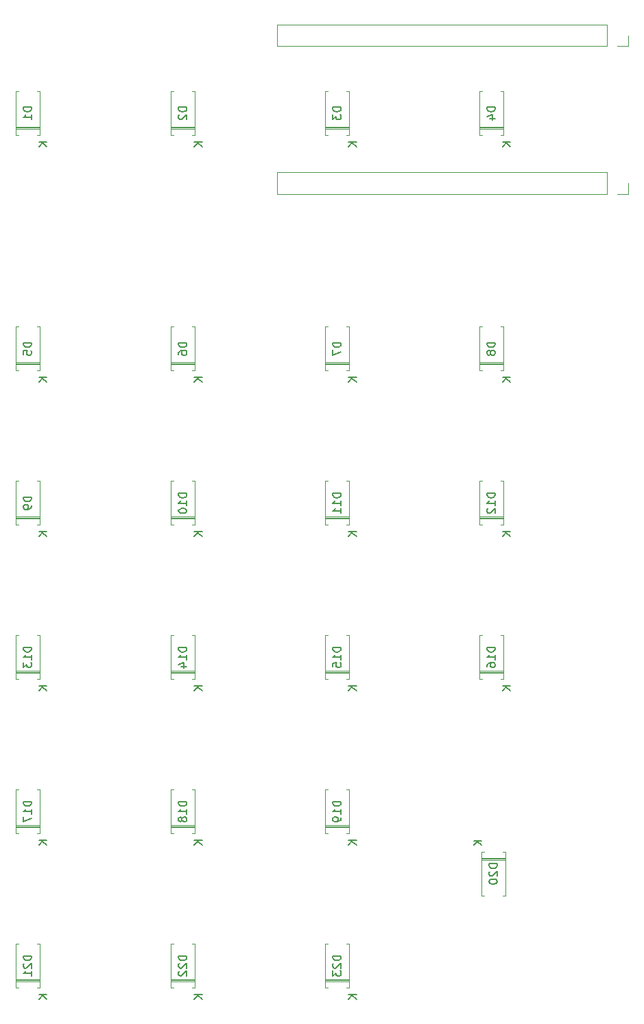
<source format=gbr>
%TF.GenerationSoftware,KiCad,Pcbnew,7.0.2*%
%TF.CreationDate,2023-09-28T02:32:06+09:00*%
%TF.ProjectId,HT-Keys-TK_PCB,48542d4b-6579-4732-9d54-4b5f5043422e,rev?*%
%TF.SameCoordinates,Original*%
%TF.FileFunction,Legend,Bot*%
%TF.FilePolarity,Positive*%
%FSLAX46Y46*%
G04 Gerber Fmt 4.6, Leading zero omitted, Abs format (unit mm)*
G04 Created by KiCad (PCBNEW 7.0.2) date 2023-09-28 02:32:06*
%MOMM*%
%LPD*%
G01*
G04 APERTURE LIST*
%ADD10C,0.150000*%
%ADD11C,0.120000*%
G04 APERTURE END LIST*
D10*
%TO.C,D17*%
X72462619Y-154915714D02*
X71462619Y-154915714D01*
X71462619Y-154915714D02*
X71462619Y-155153809D01*
X71462619Y-155153809D02*
X71510238Y-155296666D01*
X71510238Y-155296666D02*
X71605476Y-155391904D01*
X71605476Y-155391904D02*
X71700714Y-155439523D01*
X71700714Y-155439523D02*
X71891190Y-155487142D01*
X71891190Y-155487142D02*
X72034047Y-155487142D01*
X72034047Y-155487142D02*
X72224523Y-155439523D01*
X72224523Y-155439523D02*
X72319761Y-155391904D01*
X72319761Y-155391904D02*
X72415000Y-155296666D01*
X72415000Y-155296666D02*
X72462619Y-155153809D01*
X72462619Y-155153809D02*
X72462619Y-154915714D01*
X72462619Y-156439523D02*
X72462619Y-155868095D01*
X72462619Y-156153809D02*
X71462619Y-156153809D01*
X71462619Y-156153809D02*
X71605476Y-156058571D01*
X71605476Y-156058571D02*
X71700714Y-155963333D01*
X71700714Y-155963333D02*
X71748333Y-155868095D01*
X71462619Y-156772857D02*
X71462619Y-157439523D01*
X71462619Y-157439523D02*
X72462619Y-157010952D01*
X74362619Y-159678095D02*
X73362619Y-159678095D01*
X74362619Y-160249523D02*
X73791190Y-159820952D01*
X73362619Y-160249523D02*
X73934047Y-159678095D01*
%TO.C,D21*%
X72462619Y-173955714D02*
X71462619Y-173955714D01*
X71462619Y-173955714D02*
X71462619Y-174193809D01*
X71462619Y-174193809D02*
X71510238Y-174336666D01*
X71510238Y-174336666D02*
X71605476Y-174431904D01*
X71605476Y-174431904D02*
X71700714Y-174479523D01*
X71700714Y-174479523D02*
X71891190Y-174527142D01*
X71891190Y-174527142D02*
X72034047Y-174527142D01*
X72034047Y-174527142D02*
X72224523Y-174479523D01*
X72224523Y-174479523D02*
X72319761Y-174431904D01*
X72319761Y-174431904D02*
X72415000Y-174336666D01*
X72415000Y-174336666D02*
X72462619Y-174193809D01*
X72462619Y-174193809D02*
X72462619Y-173955714D01*
X71557857Y-174908095D02*
X71510238Y-174955714D01*
X71510238Y-174955714D02*
X71462619Y-175050952D01*
X71462619Y-175050952D02*
X71462619Y-175289047D01*
X71462619Y-175289047D02*
X71510238Y-175384285D01*
X71510238Y-175384285D02*
X71557857Y-175431904D01*
X71557857Y-175431904D02*
X71653095Y-175479523D01*
X71653095Y-175479523D02*
X71748333Y-175479523D01*
X71748333Y-175479523D02*
X71891190Y-175431904D01*
X71891190Y-175431904D02*
X72462619Y-174860476D01*
X72462619Y-174860476D02*
X72462619Y-175479523D01*
X72462619Y-176431904D02*
X72462619Y-175860476D01*
X72462619Y-176146190D02*
X71462619Y-176146190D01*
X71462619Y-176146190D02*
X71605476Y-176050952D01*
X71605476Y-176050952D02*
X71700714Y-175955714D01*
X71700714Y-175955714D02*
X71748333Y-175860476D01*
X74362619Y-178718095D02*
X73362619Y-178718095D01*
X74362619Y-179289523D02*
X73791190Y-178860952D01*
X73362619Y-179289523D02*
X73934047Y-178718095D01*
%TO.C,D18*%
X91622619Y-154915714D02*
X90622619Y-154915714D01*
X90622619Y-154915714D02*
X90622619Y-155153809D01*
X90622619Y-155153809D02*
X90670238Y-155296666D01*
X90670238Y-155296666D02*
X90765476Y-155391904D01*
X90765476Y-155391904D02*
X90860714Y-155439523D01*
X90860714Y-155439523D02*
X91051190Y-155487142D01*
X91051190Y-155487142D02*
X91194047Y-155487142D01*
X91194047Y-155487142D02*
X91384523Y-155439523D01*
X91384523Y-155439523D02*
X91479761Y-155391904D01*
X91479761Y-155391904D02*
X91575000Y-155296666D01*
X91575000Y-155296666D02*
X91622619Y-155153809D01*
X91622619Y-155153809D02*
X91622619Y-154915714D01*
X91622619Y-156439523D02*
X91622619Y-155868095D01*
X91622619Y-156153809D02*
X90622619Y-156153809D01*
X90622619Y-156153809D02*
X90765476Y-156058571D01*
X90765476Y-156058571D02*
X90860714Y-155963333D01*
X90860714Y-155963333D02*
X90908333Y-155868095D01*
X91051190Y-157010952D02*
X91003571Y-156915714D01*
X91003571Y-156915714D02*
X90955952Y-156868095D01*
X90955952Y-156868095D02*
X90860714Y-156820476D01*
X90860714Y-156820476D02*
X90813095Y-156820476D01*
X90813095Y-156820476D02*
X90717857Y-156868095D01*
X90717857Y-156868095D02*
X90670238Y-156915714D01*
X90670238Y-156915714D02*
X90622619Y-157010952D01*
X90622619Y-157010952D02*
X90622619Y-157201428D01*
X90622619Y-157201428D02*
X90670238Y-157296666D01*
X90670238Y-157296666D02*
X90717857Y-157344285D01*
X90717857Y-157344285D02*
X90813095Y-157391904D01*
X90813095Y-157391904D02*
X90860714Y-157391904D01*
X90860714Y-157391904D02*
X90955952Y-157344285D01*
X90955952Y-157344285D02*
X91003571Y-157296666D01*
X91003571Y-157296666D02*
X91051190Y-157201428D01*
X91051190Y-157201428D02*
X91051190Y-157010952D01*
X91051190Y-157010952D02*
X91098809Y-156915714D01*
X91098809Y-156915714D02*
X91146428Y-156868095D01*
X91146428Y-156868095D02*
X91241666Y-156820476D01*
X91241666Y-156820476D02*
X91432142Y-156820476D01*
X91432142Y-156820476D02*
X91527380Y-156868095D01*
X91527380Y-156868095D02*
X91575000Y-156915714D01*
X91575000Y-156915714D02*
X91622619Y-157010952D01*
X91622619Y-157010952D02*
X91622619Y-157201428D01*
X91622619Y-157201428D02*
X91575000Y-157296666D01*
X91575000Y-157296666D02*
X91527380Y-157344285D01*
X91527380Y-157344285D02*
X91432142Y-157391904D01*
X91432142Y-157391904D02*
X91241666Y-157391904D01*
X91241666Y-157391904D02*
X91146428Y-157344285D01*
X91146428Y-157344285D02*
X91098809Y-157296666D01*
X91098809Y-157296666D02*
X91051190Y-157201428D01*
X93522619Y-159678095D02*
X92522619Y-159678095D01*
X93522619Y-160249523D02*
X92951190Y-159820952D01*
X92522619Y-160249523D02*
X93094047Y-159678095D01*
%TO.C,D1*%
X72462619Y-69191905D02*
X71462619Y-69191905D01*
X71462619Y-69191905D02*
X71462619Y-69430000D01*
X71462619Y-69430000D02*
X71510238Y-69572857D01*
X71510238Y-69572857D02*
X71605476Y-69668095D01*
X71605476Y-69668095D02*
X71700714Y-69715714D01*
X71700714Y-69715714D02*
X71891190Y-69763333D01*
X71891190Y-69763333D02*
X72034047Y-69763333D01*
X72034047Y-69763333D02*
X72224523Y-69715714D01*
X72224523Y-69715714D02*
X72319761Y-69668095D01*
X72319761Y-69668095D02*
X72415000Y-69572857D01*
X72415000Y-69572857D02*
X72462619Y-69430000D01*
X72462619Y-69430000D02*
X72462619Y-69191905D01*
X72462619Y-70715714D02*
X72462619Y-70144286D01*
X72462619Y-70430000D02*
X71462619Y-70430000D01*
X71462619Y-70430000D02*
X71605476Y-70334762D01*
X71605476Y-70334762D02*
X71700714Y-70239524D01*
X71700714Y-70239524D02*
X71748333Y-70144286D01*
X74362619Y-73478095D02*
X73362619Y-73478095D01*
X74362619Y-74049523D02*
X73791190Y-73620952D01*
X73362619Y-74049523D02*
X73934047Y-73478095D01*
%TO.C,D15*%
X110662619Y-135875714D02*
X109662619Y-135875714D01*
X109662619Y-135875714D02*
X109662619Y-136113809D01*
X109662619Y-136113809D02*
X109710238Y-136256666D01*
X109710238Y-136256666D02*
X109805476Y-136351904D01*
X109805476Y-136351904D02*
X109900714Y-136399523D01*
X109900714Y-136399523D02*
X110091190Y-136447142D01*
X110091190Y-136447142D02*
X110234047Y-136447142D01*
X110234047Y-136447142D02*
X110424523Y-136399523D01*
X110424523Y-136399523D02*
X110519761Y-136351904D01*
X110519761Y-136351904D02*
X110615000Y-136256666D01*
X110615000Y-136256666D02*
X110662619Y-136113809D01*
X110662619Y-136113809D02*
X110662619Y-135875714D01*
X110662619Y-137399523D02*
X110662619Y-136828095D01*
X110662619Y-137113809D02*
X109662619Y-137113809D01*
X109662619Y-137113809D02*
X109805476Y-137018571D01*
X109805476Y-137018571D02*
X109900714Y-136923333D01*
X109900714Y-136923333D02*
X109948333Y-136828095D01*
X109662619Y-138304285D02*
X109662619Y-137828095D01*
X109662619Y-137828095D02*
X110138809Y-137780476D01*
X110138809Y-137780476D02*
X110091190Y-137828095D01*
X110091190Y-137828095D02*
X110043571Y-137923333D01*
X110043571Y-137923333D02*
X110043571Y-138161428D01*
X110043571Y-138161428D02*
X110091190Y-138256666D01*
X110091190Y-138256666D02*
X110138809Y-138304285D01*
X110138809Y-138304285D02*
X110234047Y-138351904D01*
X110234047Y-138351904D02*
X110472142Y-138351904D01*
X110472142Y-138351904D02*
X110567380Y-138304285D01*
X110567380Y-138304285D02*
X110615000Y-138256666D01*
X110615000Y-138256666D02*
X110662619Y-138161428D01*
X110662619Y-138161428D02*
X110662619Y-137923333D01*
X110662619Y-137923333D02*
X110615000Y-137828095D01*
X110615000Y-137828095D02*
X110567380Y-137780476D01*
X112562619Y-140638095D02*
X111562619Y-140638095D01*
X112562619Y-141209523D02*
X111991190Y-140780952D01*
X111562619Y-141209523D02*
X112134047Y-140638095D01*
%TO.C,D2*%
X91622619Y-69191905D02*
X90622619Y-69191905D01*
X90622619Y-69191905D02*
X90622619Y-69430000D01*
X90622619Y-69430000D02*
X90670238Y-69572857D01*
X90670238Y-69572857D02*
X90765476Y-69668095D01*
X90765476Y-69668095D02*
X90860714Y-69715714D01*
X90860714Y-69715714D02*
X91051190Y-69763333D01*
X91051190Y-69763333D02*
X91194047Y-69763333D01*
X91194047Y-69763333D02*
X91384523Y-69715714D01*
X91384523Y-69715714D02*
X91479761Y-69668095D01*
X91479761Y-69668095D02*
X91575000Y-69572857D01*
X91575000Y-69572857D02*
X91622619Y-69430000D01*
X91622619Y-69430000D02*
X91622619Y-69191905D01*
X90717857Y-70144286D02*
X90670238Y-70191905D01*
X90670238Y-70191905D02*
X90622619Y-70287143D01*
X90622619Y-70287143D02*
X90622619Y-70525238D01*
X90622619Y-70525238D02*
X90670238Y-70620476D01*
X90670238Y-70620476D02*
X90717857Y-70668095D01*
X90717857Y-70668095D02*
X90813095Y-70715714D01*
X90813095Y-70715714D02*
X90908333Y-70715714D01*
X90908333Y-70715714D02*
X91051190Y-70668095D01*
X91051190Y-70668095D02*
X91622619Y-70096667D01*
X91622619Y-70096667D02*
X91622619Y-70715714D01*
X93522619Y-73478095D02*
X92522619Y-73478095D01*
X93522619Y-74049523D02*
X92951190Y-73620952D01*
X92522619Y-74049523D02*
X93094047Y-73478095D01*
%TO.C,D13*%
X72462619Y-135875714D02*
X71462619Y-135875714D01*
X71462619Y-135875714D02*
X71462619Y-136113809D01*
X71462619Y-136113809D02*
X71510238Y-136256666D01*
X71510238Y-136256666D02*
X71605476Y-136351904D01*
X71605476Y-136351904D02*
X71700714Y-136399523D01*
X71700714Y-136399523D02*
X71891190Y-136447142D01*
X71891190Y-136447142D02*
X72034047Y-136447142D01*
X72034047Y-136447142D02*
X72224523Y-136399523D01*
X72224523Y-136399523D02*
X72319761Y-136351904D01*
X72319761Y-136351904D02*
X72415000Y-136256666D01*
X72415000Y-136256666D02*
X72462619Y-136113809D01*
X72462619Y-136113809D02*
X72462619Y-135875714D01*
X72462619Y-137399523D02*
X72462619Y-136828095D01*
X72462619Y-137113809D02*
X71462619Y-137113809D01*
X71462619Y-137113809D02*
X71605476Y-137018571D01*
X71605476Y-137018571D02*
X71700714Y-136923333D01*
X71700714Y-136923333D02*
X71748333Y-136828095D01*
X71462619Y-137732857D02*
X71462619Y-138351904D01*
X71462619Y-138351904D02*
X71843571Y-138018571D01*
X71843571Y-138018571D02*
X71843571Y-138161428D01*
X71843571Y-138161428D02*
X71891190Y-138256666D01*
X71891190Y-138256666D02*
X71938809Y-138304285D01*
X71938809Y-138304285D02*
X72034047Y-138351904D01*
X72034047Y-138351904D02*
X72272142Y-138351904D01*
X72272142Y-138351904D02*
X72367380Y-138304285D01*
X72367380Y-138304285D02*
X72415000Y-138256666D01*
X72415000Y-138256666D02*
X72462619Y-138161428D01*
X72462619Y-138161428D02*
X72462619Y-137875714D01*
X72462619Y-137875714D02*
X72415000Y-137780476D01*
X72415000Y-137780476D02*
X72367380Y-137732857D01*
X74362619Y-140638095D02*
X73362619Y-140638095D01*
X74362619Y-141209523D02*
X73791190Y-140780952D01*
X73362619Y-141209523D02*
X73934047Y-140638095D01*
%TO.C,D8*%
X129702619Y-98271905D02*
X128702619Y-98271905D01*
X128702619Y-98271905D02*
X128702619Y-98510000D01*
X128702619Y-98510000D02*
X128750238Y-98652857D01*
X128750238Y-98652857D02*
X128845476Y-98748095D01*
X128845476Y-98748095D02*
X128940714Y-98795714D01*
X128940714Y-98795714D02*
X129131190Y-98843333D01*
X129131190Y-98843333D02*
X129274047Y-98843333D01*
X129274047Y-98843333D02*
X129464523Y-98795714D01*
X129464523Y-98795714D02*
X129559761Y-98748095D01*
X129559761Y-98748095D02*
X129655000Y-98652857D01*
X129655000Y-98652857D02*
X129702619Y-98510000D01*
X129702619Y-98510000D02*
X129702619Y-98271905D01*
X129131190Y-99414762D02*
X129083571Y-99319524D01*
X129083571Y-99319524D02*
X129035952Y-99271905D01*
X129035952Y-99271905D02*
X128940714Y-99224286D01*
X128940714Y-99224286D02*
X128893095Y-99224286D01*
X128893095Y-99224286D02*
X128797857Y-99271905D01*
X128797857Y-99271905D02*
X128750238Y-99319524D01*
X128750238Y-99319524D02*
X128702619Y-99414762D01*
X128702619Y-99414762D02*
X128702619Y-99605238D01*
X128702619Y-99605238D02*
X128750238Y-99700476D01*
X128750238Y-99700476D02*
X128797857Y-99748095D01*
X128797857Y-99748095D02*
X128893095Y-99795714D01*
X128893095Y-99795714D02*
X128940714Y-99795714D01*
X128940714Y-99795714D02*
X129035952Y-99748095D01*
X129035952Y-99748095D02*
X129083571Y-99700476D01*
X129083571Y-99700476D02*
X129131190Y-99605238D01*
X129131190Y-99605238D02*
X129131190Y-99414762D01*
X129131190Y-99414762D02*
X129178809Y-99319524D01*
X129178809Y-99319524D02*
X129226428Y-99271905D01*
X129226428Y-99271905D02*
X129321666Y-99224286D01*
X129321666Y-99224286D02*
X129512142Y-99224286D01*
X129512142Y-99224286D02*
X129607380Y-99271905D01*
X129607380Y-99271905D02*
X129655000Y-99319524D01*
X129655000Y-99319524D02*
X129702619Y-99414762D01*
X129702619Y-99414762D02*
X129702619Y-99605238D01*
X129702619Y-99605238D02*
X129655000Y-99700476D01*
X129655000Y-99700476D02*
X129607380Y-99748095D01*
X129607380Y-99748095D02*
X129512142Y-99795714D01*
X129512142Y-99795714D02*
X129321666Y-99795714D01*
X129321666Y-99795714D02*
X129226428Y-99748095D01*
X129226428Y-99748095D02*
X129178809Y-99700476D01*
X129178809Y-99700476D02*
X129131190Y-99605238D01*
X131602619Y-102558095D02*
X130602619Y-102558095D01*
X131602619Y-103129523D02*
X131031190Y-102700952D01*
X130602619Y-103129523D02*
X131174047Y-102558095D01*
%TO.C,D5*%
X72462619Y-98271905D02*
X71462619Y-98271905D01*
X71462619Y-98271905D02*
X71462619Y-98510000D01*
X71462619Y-98510000D02*
X71510238Y-98652857D01*
X71510238Y-98652857D02*
X71605476Y-98748095D01*
X71605476Y-98748095D02*
X71700714Y-98795714D01*
X71700714Y-98795714D02*
X71891190Y-98843333D01*
X71891190Y-98843333D02*
X72034047Y-98843333D01*
X72034047Y-98843333D02*
X72224523Y-98795714D01*
X72224523Y-98795714D02*
X72319761Y-98748095D01*
X72319761Y-98748095D02*
X72415000Y-98652857D01*
X72415000Y-98652857D02*
X72462619Y-98510000D01*
X72462619Y-98510000D02*
X72462619Y-98271905D01*
X71462619Y-99748095D02*
X71462619Y-99271905D01*
X71462619Y-99271905D02*
X71938809Y-99224286D01*
X71938809Y-99224286D02*
X71891190Y-99271905D01*
X71891190Y-99271905D02*
X71843571Y-99367143D01*
X71843571Y-99367143D02*
X71843571Y-99605238D01*
X71843571Y-99605238D02*
X71891190Y-99700476D01*
X71891190Y-99700476D02*
X71938809Y-99748095D01*
X71938809Y-99748095D02*
X72034047Y-99795714D01*
X72034047Y-99795714D02*
X72272142Y-99795714D01*
X72272142Y-99795714D02*
X72367380Y-99748095D01*
X72367380Y-99748095D02*
X72415000Y-99700476D01*
X72415000Y-99700476D02*
X72462619Y-99605238D01*
X72462619Y-99605238D02*
X72462619Y-99367143D01*
X72462619Y-99367143D02*
X72415000Y-99271905D01*
X72415000Y-99271905D02*
X72367380Y-99224286D01*
X74362619Y-102558095D02*
X73362619Y-102558095D01*
X74362619Y-103129523D02*
X73791190Y-102700952D01*
X73362619Y-103129523D02*
X73934047Y-102558095D01*
%TO.C,D7*%
X110662619Y-98271905D02*
X109662619Y-98271905D01*
X109662619Y-98271905D02*
X109662619Y-98510000D01*
X109662619Y-98510000D02*
X109710238Y-98652857D01*
X109710238Y-98652857D02*
X109805476Y-98748095D01*
X109805476Y-98748095D02*
X109900714Y-98795714D01*
X109900714Y-98795714D02*
X110091190Y-98843333D01*
X110091190Y-98843333D02*
X110234047Y-98843333D01*
X110234047Y-98843333D02*
X110424523Y-98795714D01*
X110424523Y-98795714D02*
X110519761Y-98748095D01*
X110519761Y-98748095D02*
X110615000Y-98652857D01*
X110615000Y-98652857D02*
X110662619Y-98510000D01*
X110662619Y-98510000D02*
X110662619Y-98271905D01*
X109662619Y-99176667D02*
X109662619Y-99843333D01*
X109662619Y-99843333D02*
X110662619Y-99414762D01*
X112562619Y-102558095D02*
X111562619Y-102558095D01*
X112562619Y-103129523D02*
X111991190Y-102700952D01*
X111562619Y-103129523D02*
X112134047Y-102558095D01*
%TO.C,D12*%
X129702619Y-116835714D02*
X128702619Y-116835714D01*
X128702619Y-116835714D02*
X128702619Y-117073809D01*
X128702619Y-117073809D02*
X128750238Y-117216666D01*
X128750238Y-117216666D02*
X128845476Y-117311904D01*
X128845476Y-117311904D02*
X128940714Y-117359523D01*
X128940714Y-117359523D02*
X129131190Y-117407142D01*
X129131190Y-117407142D02*
X129274047Y-117407142D01*
X129274047Y-117407142D02*
X129464523Y-117359523D01*
X129464523Y-117359523D02*
X129559761Y-117311904D01*
X129559761Y-117311904D02*
X129655000Y-117216666D01*
X129655000Y-117216666D02*
X129702619Y-117073809D01*
X129702619Y-117073809D02*
X129702619Y-116835714D01*
X129702619Y-118359523D02*
X129702619Y-117788095D01*
X129702619Y-118073809D02*
X128702619Y-118073809D01*
X128702619Y-118073809D02*
X128845476Y-117978571D01*
X128845476Y-117978571D02*
X128940714Y-117883333D01*
X128940714Y-117883333D02*
X128988333Y-117788095D01*
X128797857Y-118740476D02*
X128750238Y-118788095D01*
X128750238Y-118788095D02*
X128702619Y-118883333D01*
X128702619Y-118883333D02*
X128702619Y-119121428D01*
X128702619Y-119121428D02*
X128750238Y-119216666D01*
X128750238Y-119216666D02*
X128797857Y-119264285D01*
X128797857Y-119264285D02*
X128893095Y-119311904D01*
X128893095Y-119311904D02*
X128988333Y-119311904D01*
X128988333Y-119311904D02*
X129131190Y-119264285D01*
X129131190Y-119264285D02*
X129702619Y-118692857D01*
X129702619Y-118692857D02*
X129702619Y-119311904D01*
X131602619Y-121598095D02*
X130602619Y-121598095D01*
X131602619Y-122169523D02*
X131031190Y-121740952D01*
X130602619Y-122169523D02*
X131174047Y-121598095D01*
%TO.C,D11*%
X110662619Y-116835714D02*
X109662619Y-116835714D01*
X109662619Y-116835714D02*
X109662619Y-117073809D01*
X109662619Y-117073809D02*
X109710238Y-117216666D01*
X109710238Y-117216666D02*
X109805476Y-117311904D01*
X109805476Y-117311904D02*
X109900714Y-117359523D01*
X109900714Y-117359523D02*
X110091190Y-117407142D01*
X110091190Y-117407142D02*
X110234047Y-117407142D01*
X110234047Y-117407142D02*
X110424523Y-117359523D01*
X110424523Y-117359523D02*
X110519761Y-117311904D01*
X110519761Y-117311904D02*
X110615000Y-117216666D01*
X110615000Y-117216666D02*
X110662619Y-117073809D01*
X110662619Y-117073809D02*
X110662619Y-116835714D01*
X110662619Y-118359523D02*
X110662619Y-117788095D01*
X110662619Y-118073809D02*
X109662619Y-118073809D01*
X109662619Y-118073809D02*
X109805476Y-117978571D01*
X109805476Y-117978571D02*
X109900714Y-117883333D01*
X109900714Y-117883333D02*
X109948333Y-117788095D01*
X110662619Y-119311904D02*
X110662619Y-118740476D01*
X110662619Y-119026190D02*
X109662619Y-119026190D01*
X109662619Y-119026190D02*
X109805476Y-118930952D01*
X109805476Y-118930952D02*
X109900714Y-118835714D01*
X109900714Y-118835714D02*
X109948333Y-118740476D01*
X112562619Y-121598095D02*
X111562619Y-121598095D01*
X112562619Y-122169523D02*
X111991190Y-121740952D01*
X111562619Y-122169523D02*
X112134047Y-121598095D01*
%TO.C,D22*%
X91622619Y-173955714D02*
X90622619Y-173955714D01*
X90622619Y-173955714D02*
X90622619Y-174193809D01*
X90622619Y-174193809D02*
X90670238Y-174336666D01*
X90670238Y-174336666D02*
X90765476Y-174431904D01*
X90765476Y-174431904D02*
X90860714Y-174479523D01*
X90860714Y-174479523D02*
X91051190Y-174527142D01*
X91051190Y-174527142D02*
X91194047Y-174527142D01*
X91194047Y-174527142D02*
X91384523Y-174479523D01*
X91384523Y-174479523D02*
X91479761Y-174431904D01*
X91479761Y-174431904D02*
X91575000Y-174336666D01*
X91575000Y-174336666D02*
X91622619Y-174193809D01*
X91622619Y-174193809D02*
X91622619Y-173955714D01*
X90717857Y-174908095D02*
X90670238Y-174955714D01*
X90670238Y-174955714D02*
X90622619Y-175050952D01*
X90622619Y-175050952D02*
X90622619Y-175289047D01*
X90622619Y-175289047D02*
X90670238Y-175384285D01*
X90670238Y-175384285D02*
X90717857Y-175431904D01*
X90717857Y-175431904D02*
X90813095Y-175479523D01*
X90813095Y-175479523D02*
X90908333Y-175479523D01*
X90908333Y-175479523D02*
X91051190Y-175431904D01*
X91051190Y-175431904D02*
X91622619Y-174860476D01*
X91622619Y-174860476D02*
X91622619Y-175479523D01*
X90717857Y-175860476D02*
X90670238Y-175908095D01*
X90670238Y-175908095D02*
X90622619Y-176003333D01*
X90622619Y-176003333D02*
X90622619Y-176241428D01*
X90622619Y-176241428D02*
X90670238Y-176336666D01*
X90670238Y-176336666D02*
X90717857Y-176384285D01*
X90717857Y-176384285D02*
X90813095Y-176431904D01*
X90813095Y-176431904D02*
X90908333Y-176431904D01*
X90908333Y-176431904D02*
X91051190Y-176384285D01*
X91051190Y-176384285D02*
X91622619Y-175812857D01*
X91622619Y-175812857D02*
X91622619Y-176431904D01*
X93522619Y-178718095D02*
X92522619Y-178718095D01*
X93522619Y-179289523D02*
X92951190Y-178860952D01*
X92522619Y-179289523D02*
X93094047Y-178718095D01*
%TO.C,D16*%
X129702619Y-135875714D02*
X128702619Y-135875714D01*
X128702619Y-135875714D02*
X128702619Y-136113809D01*
X128702619Y-136113809D02*
X128750238Y-136256666D01*
X128750238Y-136256666D02*
X128845476Y-136351904D01*
X128845476Y-136351904D02*
X128940714Y-136399523D01*
X128940714Y-136399523D02*
X129131190Y-136447142D01*
X129131190Y-136447142D02*
X129274047Y-136447142D01*
X129274047Y-136447142D02*
X129464523Y-136399523D01*
X129464523Y-136399523D02*
X129559761Y-136351904D01*
X129559761Y-136351904D02*
X129655000Y-136256666D01*
X129655000Y-136256666D02*
X129702619Y-136113809D01*
X129702619Y-136113809D02*
X129702619Y-135875714D01*
X129702619Y-137399523D02*
X129702619Y-136828095D01*
X129702619Y-137113809D02*
X128702619Y-137113809D01*
X128702619Y-137113809D02*
X128845476Y-137018571D01*
X128845476Y-137018571D02*
X128940714Y-136923333D01*
X128940714Y-136923333D02*
X128988333Y-136828095D01*
X128702619Y-138256666D02*
X128702619Y-138066190D01*
X128702619Y-138066190D02*
X128750238Y-137970952D01*
X128750238Y-137970952D02*
X128797857Y-137923333D01*
X128797857Y-137923333D02*
X128940714Y-137828095D01*
X128940714Y-137828095D02*
X129131190Y-137780476D01*
X129131190Y-137780476D02*
X129512142Y-137780476D01*
X129512142Y-137780476D02*
X129607380Y-137828095D01*
X129607380Y-137828095D02*
X129655000Y-137875714D01*
X129655000Y-137875714D02*
X129702619Y-137970952D01*
X129702619Y-137970952D02*
X129702619Y-138161428D01*
X129702619Y-138161428D02*
X129655000Y-138256666D01*
X129655000Y-138256666D02*
X129607380Y-138304285D01*
X129607380Y-138304285D02*
X129512142Y-138351904D01*
X129512142Y-138351904D02*
X129274047Y-138351904D01*
X129274047Y-138351904D02*
X129178809Y-138304285D01*
X129178809Y-138304285D02*
X129131190Y-138256666D01*
X129131190Y-138256666D02*
X129083571Y-138161428D01*
X129083571Y-138161428D02*
X129083571Y-137970952D01*
X129083571Y-137970952D02*
X129131190Y-137875714D01*
X129131190Y-137875714D02*
X129178809Y-137828095D01*
X129178809Y-137828095D02*
X129274047Y-137780476D01*
X131602619Y-140638095D02*
X130602619Y-140638095D01*
X131602619Y-141209523D02*
X131031190Y-140780952D01*
X130602619Y-141209523D02*
X131174047Y-140638095D01*
%TO.C,D9*%
X72462619Y-117311905D02*
X71462619Y-117311905D01*
X71462619Y-117311905D02*
X71462619Y-117550000D01*
X71462619Y-117550000D02*
X71510238Y-117692857D01*
X71510238Y-117692857D02*
X71605476Y-117788095D01*
X71605476Y-117788095D02*
X71700714Y-117835714D01*
X71700714Y-117835714D02*
X71891190Y-117883333D01*
X71891190Y-117883333D02*
X72034047Y-117883333D01*
X72034047Y-117883333D02*
X72224523Y-117835714D01*
X72224523Y-117835714D02*
X72319761Y-117788095D01*
X72319761Y-117788095D02*
X72415000Y-117692857D01*
X72415000Y-117692857D02*
X72462619Y-117550000D01*
X72462619Y-117550000D02*
X72462619Y-117311905D01*
X72462619Y-118359524D02*
X72462619Y-118550000D01*
X72462619Y-118550000D02*
X72415000Y-118645238D01*
X72415000Y-118645238D02*
X72367380Y-118692857D01*
X72367380Y-118692857D02*
X72224523Y-118788095D01*
X72224523Y-118788095D02*
X72034047Y-118835714D01*
X72034047Y-118835714D02*
X71653095Y-118835714D01*
X71653095Y-118835714D02*
X71557857Y-118788095D01*
X71557857Y-118788095D02*
X71510238Y-118740476D01*
X71510238Y-118740476D02*
X71462619Y-118645238D01*
X71462619Y-118645238D02*
X71462619Y-118454762D01*
X71462619Y-118454762D02*
X71510238Y-118359524D01*
X71510238Y-118359524D02*
X71557857Y-118311905D01*
X71557857Y-118311905D02*
X71653095Y-118264286D01*
X71653095Y-118264286D02*
X71891190Y-118264286D01*
X71891190Y-118264286D02*
X71986428Y-118311905D01*
X71986428Y-118311905D02*
X72034047Y-118359524D01*
X72034047Y-118359524D02*
X72081666Y-118454762D01*
X72081666Y-118454762D02*
X72081666Y-118645238D01*
X72081666Y-118645238D02*
X72034047Y-118740476D01*
X72034047Y-118740476D02*
X71986428Y-118788095D01*
X71986428Y-118788095D02*
X71891190Y-118835714D01*
X74362619Y-121598095D02*
X73362619Y-121598095D01*
X74362619Y-122169523D02*
X73791190Y-121740952D01*
X73362619Y-122169523D02*
X73934047Y-121598095D01*
%TO.C,D6*%
X91622619Y-98271905D02*
X90622619Y-98271905D01*
X90622619Y-98271905D02*
X90622619Y-98510000D01*
X90622619Y-98510000D02*
X90670238Y-98652857D01*
X90670238Y-98652857D02*
X90765476Y-98748095D01*
X90765476Y-98748095D02*
X90860714Y-98795714D01*
X90860714Y-98795714D02*
X91051190Y-98843333D01*
X91051190Y-98843333D02*
X91194047Y-98843333D01*
X91194047Y-98843333D02*
X91384523Y-98795714D01*
X91384523Y-98795714D02*
X91479761Y-98748095D01*
X91479761Y-98748095D02*
X91575000Y-98652857D01*
X91575000Y-98652857D02*
X91622619Y-98510000D01*
X91622619Y-98510000D02*
X91622619Y-98271905D01*
X90622619Y-99700476D02*
X90622619Y-99510000D01*
X90622619Y-99510000D02*
X90670238Y-99414762D01*
X90670238Y-99414762D02*
X90717857Y-99367143D01*
X90717857Y-99367143D02*
X90860714Y-99271905D01*
X90860714Y-99271905D02*
X91051190Y-99224286D01*
X91051190Y-99224286D02*
X91432142Y-99224286D01*
X91432142Y-99224286D02*
X91527380Y-99271905D01*
X91527380Y-99271905D02*
X91575000Y-99319524D01*
X91575000Y-99319524D02*
X91622619Y-99414762D01*
X91622619Y-99414762D02*
X91622619Y-99605238D01*
X91622619Y-99605238D02*
X91575000Y-99700476D01*
X91575000Y-99700476D02*
X91527380Y-99748095D01*
X91527380Y-99748095D02*
X91432142Y-99795714D01*
X91432142Y-99795714D02*
X91194047Y-99795714D01*
X91194047Y-99795714D02*
X91098809Y-99748095D01*
X91098809Y-99748095D02*
X91051190Y-99700476D01*
X91051190Y-99700476D02*
X91003571Y-99605238D01*
X91003571Y-99605238D02*
X91003571Y-99414762D01*
X91003571Y-99414762D02*
X91051190Y-99319524D01*
X91051190Y-99319524D02*
X91098809Y-99271905D01*
X91098809Y-99271905D02*
X91194047Y-99224286D01*
X93522619Y-102558095D02*
X92522619Y-102558095D01*
X93522619Y-103129523D02*
X92951190Y-102700952D01*
X92522619Y-103129523D02*
X93094047Y-102558095D01*
%TO.C,D23*%
X110662619Y-173955714D02*
X109662619Y-173955714D01*
X109662619Y-173955714D02*
X109662619Y-174193809D01*
X109662619Y-174193809D02*
X109710238Y-174336666D01*
X109710238Y-174336666D02*
X109805476Y-174431904D01*
X109805476Y-174431904D02*
X109900714Y-174479523D01*
X109900714Y-174479523D02*
X110091190Y-174527142D01*
X110091190Y-174527142D02*
X110234047Y-174527142D01*
X110234047Y-174527142D02*
X110424523Y-174479523D01*
X110424523Y-174479523D02*
X110519761Y-174431904D01*
X110519761Y-174431904D02*
X110615000Y-174336666D01*
X110615000Y-174336666D02*
X110662619Y-174193809D01*
X110662619Y-174193809D02*
X110662619Y-173955714D01*
X109757857Y-174908095D02*
X109710238Y-174955714D01*
X109710238Y-174955714D02*
X109662619Y-175050952D01*
X109662619Y-175050952D02*
X109662619Y-175289047D01*
X109662619Y-175289047D02*
X109710238Y-175384285D01*
X109710238Y-175384285D02*
X109757857Y-175431904D01*
X109757857Y-175431904D02*
X109853095Y-175479523D01*
X109853095Y-175479523D02*
X109948333Y-175479523D01*
X109948333Y-175479523D02*
X110091190Y-175431904D01*
X110091190Y-175431904D02*
X110662619Y-174860476D01*
X110662619Y-174860476D02*
X110662619Y-175479523D01*
X109662619Y-175812857D02*
X109662619Y-176431904D01*
X109662619Y-176431904D02*
X110043571Y-176098571D01*
X110043571Y-176098571D02*
X110043571Y-176241428D01*
X110043571Y-176241428D02*
X110091190Y-176336666D01*
X110091190Y-176336666D02*
X110138809Y-176384285D01*
X110138809Y-176384285D02*
X110234047Y-176431904D01*
X110234047Y-176431904D02*
X110472142Y-176431904D01*
X110472142Y-176431904D02*
X110567380Y-176384285D01*
X110567380Y-176384285D02*
X110615000Y-176336666D01*
X110615000Y-176336666D02*
X110662619Y-176241428D01*
X110662619Y-176241428D02*
X110662619Y-175955714D01*
X110662619Y-175955714D02*
X110615000Y-175860476D01*
X110615000Y-175860476D02*
X110567380Y-175812857D01*
X112562619Y-178718095D02*
X111562619Y-178718095D01*
X112562619Y-179289523D02*
X111991190Y-178860952D01*
X111562619Y-179289523D02*
X112134047Y-178718095D01*
%TO.C,D10*%
X91622619Y-116835714D02*
X90622619Y-116835714D01*
X90622619Y-116835714D02*
X90622619Y-117073809D01*
X90622619Y-117073809D02*
X90670238Y-117216666D01*
X90670238Y-117216666D02*
X90765476Y-117311904D01*
X90765476Y-117311904D02*
X90860714Y-117359523D01*
X90860714Y-117359523D02*
X91051190Y-117407142D01*
X91051190Y-117407142D02*
X91194047Y-117407142D01*
X91194047Y-117407142D02*
X91384523Y-117359523D01*
X91384523Y-117359523D02*
X91479761Y-117311904D01*
X91479761Y-117311904D02*
X91575000Y-117216666D01*
X91575000Y-117216666D02*
X91622619Y-117073809D01*
X91622619Y-117073809D02*
X91622619Y-116835714D01*
X91622619Y-118359523D02*
X91622619Y-117788095D01*
X91622619Y-118073809D02*
X90622619Y-118073809D01*
X90622619Y-118073809D02*
X90765476Y-117978571D01*
X90765476Y-117978571D02*
X90860714Y-117883333D01*
X90860714Y-117883333D02*
X90908333Y-117788095D01*
X90622619Y-118978571D02*
X90622619Y-119073809D01*
X90622619Y-119073809D02*
X90670238Y-119169047D01*
X90670238Y-119169047D02*
X90717857Y-119216666D01*
X90717857Y-119216666D02*
X90813095Y-119264285D01*
X90813095Y-119264285D02*
X91003571Y-119311904D01*
X91003571Y-119311904D02*
X91241666Y-119311904D01*
X91241666Y-119311904D02*
X91432142Y-119264285D01*
X91432142Y-119264285D02*
X91527380Y-119216666D01*
X91527380Y-119216666D02*
X91575000Y-119169047D01*
X91575000Y-119169047D02*
X91622619Y-119073809D01*
X91622619Y-119073809D02*
X91622619Y-118978571D01*
X91622619Y-118978571D02*
X91575000Y-118883333D01*
X91575000Y-118883333D02*
X91527380Y-118835714D01*
X91527380Y-118835714D02*
X91432142Y-118788095D01*
X91432142Y-118788095D02*
X91241666Y-118740476D01*
X91241666Y-118740476D02*
X91003571Y-118740476D01*
X91003571Y-118740476D02*
X90813095Y-118788095D01*
X90813095Y-118788095D02*
X90717857Y-118835714D01*
X90717857Y-118835714D02*
X90670238Y-118883333D01*
X90670238Y-118883333D02*
X90622619Y-118978571D01*
X93522619Y-121598095D02*
X92522619Y-121598095D01*
X93522619Y-122169523D02*
X92951190Y-121740952D01*
X92522619Y-122169523D02*
X93094047Y-121598095D01*
%TO.C,D14*%
X91622619Y-135875714D02*
X90622619Y-135875714D01*
X90622619Y-135875714D02*
X90622619Y-136113809D01*
X90622619Y-136113809D02*
X90670238Y-136256666D01*
X90670238Y-136256666D02*
X90765476Y-136351904D01*
X90765476Y-136351904D02*
X90860714Y-136399523D01*
X90860714Y-136399523D02*
X91051190Y-136447142D01*
X91051190Y-136447142D02*
X91194047Y-136447142D01*
X91194047Y-136447142D02*
X91384523Y-136399523D01*
X91384523Y-136399523D02*
X91479761Y-136351904D01*
X91479761Y-136351904D02*
X91575000Y-136256666D01*
X91575000Y-136256666D02*
X91622619Y-136113809D01*
X91622619Y-136113809D02*
X91622619Y-135875714D01*
X91622619Y-137399523D02*
X91622619Y-136828095D01*
X91622619Y-137113809D02*
X90622619Y-137113809D01*
X90622619Y-137113809D02*
X90765476Y-137018571D01*
X90765476Y-137018571D02*
X90860714Y-136923333D01*
X90860714Y-136923333D02*
X90908333Y-136828095D01*
X90955952Y-138256666D02*
X91622619Y-138256666D01*
X90575000Y-138018571D02*
X91289285Y-137780476D01*
X91289285Y-137780476D02*
X91289285Y-138399523D01*
X93522619Y-140638095D02*
X92522619Y-140638095D01*
X93522619Y-141209523D02*
X92951190Y-140780952D01*
X92522619Y-141209523D02*
X93094047Y-140638095D01*
%TO.C,D19*%
X110662619Y-154915714D02*
X109662619Y-154915714D01*
X109662619Y-154915714D02*
X109662619Y-155153809D01*
X109662619Y-155153809D02*
X109710238Y-155296666D01*
X109710238Y-155296666D02*
X109805476Y-155391904D01*
X109805476Y-155391904D02*
X109900714Y-155439523D01*
X109900714Y-155439523D02*
X110091190Y-155487142D01*
X110091190Y-155487142D02*
X110234047Y-155487142D01*
X110234047Y-155487142D02*
X110424523Y-155439523D01*
X110424523Y-155439523D02*
X110519761Y-155391904D01*
X110519761Y-155391904D02*
X110615000Y-155296666D01*
X110615000Y-155296666D02*
X110662619Y-155153809D01*
X110662619Y-155153809D02*
X110662619Y-154915714D01*
X110662619Y-156439523D02*
X110662619Y-155868095D01*
X110662619Y-156153809D02*
X109662619Y-156153809D01*
X109662619Y-156153809D02*
X109805476Y-156058571D01*
X109805476Y-156058571D02*
X109900714Y-155963333D01*
X109900714Y-155963333D02*
X109948333Y-155868095D01*
X110662619Y-156915714D02*
X110662619Y-157106190D01*
X110662619Y-157106190D02*
X110615000Y-157201428D01*
X110615000Y-157201428D02*
X110567380Y-157249047D01*
X110567380Y-157249047D02*
X110424523Y-157344285D01*
X110424523Y-157344285D02*
X110234047Y-157391904D01*
X110234047Y-157391904D02*
X109853095Y-157391904D01*
X109853095Y-157391904D02*
X109757857Y-157344285D01*
X109757857Y-157344285D02*
X109710238Y-157296666D01*
X109710238Y-157296666D02*
X109662619Y-157201428D01*
X109662619Y-157201428D02*
X109662619Y-157010952D01*
X109662619Y-157010952D02*
X109710238Y-156915714D01*
X109710238Y-156915714D02*
X109757857Y-156868095D01*
X109757857Y-156868095D02*
X109853095Y-156820476D01*
X109853095Y-156820476D02*
X110091190Y-156820476D01*
X110091190Y-156820476D02*
X110186428Y-156868095D01*
X110186428Y-156868095D02*
X110234047Y-156915714D01*
X110234047Y-156915714D02*
X110281666Y-157010952D01*
X110281666Y-157010952D02*
X110281666Y-157201428D01*
X110281666Y-157201428D02*
X110234047Y-157296666D01*
X110234047Y-157296666D02*
X110186428Y-157344285D01*
X110186428Y-157344285D02*
X110091190Y-157391904D01*
X112562619Y-159678095D02*
X111562619Y-159678095D01*
X112562619Y-160249523D02*
X111991190Y-159820952D01*
X111562619Y-160249523D02*
X112134047Y-159678095D01*
%TO.C,D20*%
X129942619Y-162595714D02*
X128942619Y-162595714D01*
X128942619Y-162595714D02*
X128942619Y-162833809D01*
X128942619Y-162833809D02*
X128990238Y-162976666D01*
X128990238Y-162976666D02*
X129085476Y-163071904D01*
X129085476Y-163071904D02*
X129180714Y-163119523D01*
X129180714Y-163119523D02*
X129371190Y-163167142D01*
X129371190Y-163167142D02*
X129514047Y-163167142D01*
X129514047Y-163167142D02*
X129704523Y-163119523D01*
X129704523Y-163119523D02*
X129799761Y-163071904D01*
X129799761Y-163071904D02*
X129895000Y-162976666D01*
X129895000Y-162976666D02*
X129942619Y-162833809D01*
X129942619Y-162833809D02*
X129942619Y-162595714D01*
X129037857Y-163548095D02*
X128990238Y-163595714D01*
X128990238Y-163595714D02*
X128942619Y-163690952D01*
X128942619Y-163690952D02*
X128942619Y-163929047D01*
X128942619Y-163929047D02*
X128990238Y-164024285D01*
X128990238Y-164024285D02*
X129037857Y-164071904D01*
X129037857Y-164071904D02*
X129133095Y-164119523D01*
X129133095Y-164119523D02*
X129228333Y-164119523D01*
X129228333Y-164119523D02*
X129371190Y-164071904D01*
X129371190Y-164071904D02*
X129942619Y-163500476D01*
X129942619Y-163500476D02*
X129942619Y-164119523D01*
X128942619Y-164738571D02*
X128942619Y-164833809D01*
X128942619Y-164833809D02*
X128990238Y-164929047D01*
X128990238Y-164929047D02*
X129037857Y-164976666D01*
X129037857Y-164976666D02*
X129133095Y-165024285D01*
X129133095Y-165024285D02*
X129323571Y-165071904D01*
X129323571Y-165071904D02*
X129561666Y-165071904D01*
X129561666Y-165071904D02*
X129752142Y-165024285D01*
X129752142Y-165024285D02*
X129847380Y-164976666D01*
X129847380Y-164976666D02*
X129895000Y-164929047D01*
X129895000Y-164929047D02*
X129942619Y-164833809D01*
X129942619Y-164833809D02*
X129942619Y-164738571D01*
X129942619Y-164738571D02*
X129895000Y-164643333D01*
X129895000Y-164643333D02*
X129847380Y-164595714D01*
X129847380Y-164595714D02*
X129752142Y-164548095D01*
X129752142Y-164548095D02*
X129561666Y-164500476D01*
X129561666Y-164500476D02*
X129323571Y-164500476D01*
X129323571Y-164500476D02*
X129133095Y-164548095D01*
X129133095Y-164548095D02*
X129037857Y-164595714D01*
X129037857Y-164595714D02*
X128990238Y-164643333D01*
X128990238Y-164643333D02*
X128942619Y-164738571D01*
X128042619Y-159738095D02*
X127042619Y-159738095D01*
X128042619Y-160309523D02*
X127471190Y-159880952D01*
X127042619Y-160309523D02*
X127614047Y-159738095D01*
%TO.C,D3*%
X110662619Y-69191905D02*
X109662619Y-69191905D01*
X109662619Y-69191905D02*
X109662619Y-69430000D01*
X109662619Y-69430000D02*
X109710238Y-69572857D01*
X109710238Y-69572857D02*
X109805476Y-69668095D01*
X109805476Y-69668095D02*
X109900714Y-69715714D01*
X109900714Y-69715714D02*
X110091190Y-69763333D01*
X110091190Y-69763333D02*
X110234047Y-69763333D01*
X110234047Y-69763333D02*
X110424523Y-69715714D01*
X110424523Y-69715714D02*
X110519761Y-69668095D01*
X110519761Y-69668095D02*
X110615000Y-69572857D01*
X110615000Y-69572857D02*
X110662619Y-69430000D01*
X110662619Y-69430000D02*
X110662619Y-69191905D01*
X109662619Y-70096667D02*
X109662619Y-70715714D01*
X109662619Y-70715714D02*
X110043571Y-70382381D01*
X110043571Y-70382381D02*
X110043571Y-70525238D01*
X110043571Y-70525238D02*
X110091190Y-70620476D01*
X110091190Y-70620476D02*
X110138809Y-70668095D01*
X110138809Y-70668095D02*
X110234047Y-70715714D01*
X110234047Y-70715714D02*
X110472142Y-70715714D01*
X110472142Y-70715714D02*
X110567380Y-70668095D01*
X110567380Y-70668095D02*
X110615000Y-70620476D01*
X110615000Y-70620476D02*
X110662619Y-70525238D01*
X110662619Y-70525238D02*
X110662619Y-70239524D01*
X110662619Y-70239524D02*
X110615000Y-70144286D01*
X110615000Y-70144286D02*
X110567380Y-70096667D01*
X112562619Y-73478095D02*
X111562619Y-73478095D01*
X112562619Y-74049523D02*
X111991190Y-73620952D01*
X111562619Y-74049523D02*
X112134047Y-73478095D01*
%TO.C,D4*%
X129702619Y-69191905D02*
X128702619Y-69191905D01*
X128702619Y-69191905D02*
X128702619Y-69430000D01*
X128702619Y-69430000D02*
X128750238Y-69572857D01*
X128750238Y-69572857D02*
X128845476Y-69668095D01*
X128845476Y-69668095D02*
X128940714Y-69715714D01*
X128940714Y-69715714D02*
X129131190Y-69763333D01*
X129131190Y-69763333D02*
X129274047Y-69763333D01*
X129274047Y-69763333D02*
X129464523Y-69715714D01*
X129464523Y-69715714D02*
X129559761Y-69668095D01*
X129559761Y-69668095D02*
X129655000Y-69572857D01*
X129655000Y-69572857D02*
X129702619Y-69430000D01*
X129702619Y-69430000D02*
X129702619Y-69191905D01*
X129035952Y-70620476D02*
X129702619Y-70620476D01*
X128655000Y-70382381D02*
X129369285Y-70144286D01*
X129369285Y-70144286D02*
X129369285Y-70763333D01*
X131602619Y-73478095D02*
X130602619Y-73478095D01*
X131602619Y-74049523D02*
X131031190Y-73620952D01*
X130602619Y-74049523D02*
X131174047Y-73478095D01*
D11*
%TO.C,D17*%
X70530000Y-158850000D02*
X70530000Y-153410000D01*
X70860000Y-158850000D02*
X70530000Y-158850000D01*
X73140000Y-158850000D02*
X73470000Y-158850000D01*
X73470000Y-158850000D02*
X73470000Y-153410000D01*
X73470000Y-158070000D02*
X70530000Y-158070000D01*
X73470000Y-157950000D02*
X70530000Y-157950000D01*
X73470000Y-157830000D02*
X70530000Y-157830000D01*
X70530000Y-153410000D02*
X70860000Y-153410000D01*
X73470000Y-153410000D02*
X73140000Y-153410000D01*
%TO.C,J2*%
X102810000Y-61670000D02*
X102810000Y-59010000D01*
X143510000Y-61670000D02*
X102810000Y-61670000D01*
X143510000Y-61670000D02*
X143510000Y-59010000D01*
X144780000Y-61670000D02*
X146110000Y-61670000D01*
X146110000Y-61670000D02*
X146110000Y-60340000D01*
X143510000Y-59010000D02*
X102810000Y-59010000D01*
%TO.C,D21*%
X70530000Y-177890000D02*
X70530000Y-172450000D01*
X70860000Y-177890000D02*
X70530000Y-177890000D01*
X73140000Y-177890000D02*
X73470000Y-177890000D01*
X73470000Y-177890000D02*
X73470000Y-172450000D01*
X73470000Y-177110000D02*
X70530000Y-177110000D01*
X73470000Y-176990000D02*
X70530000Y-176990000D01*
X73470000Y-176870000D02*
X70530000Y-176870000D01*
X70530000Y-172450000D02*
X70860000Y-172450000D01*
X73470000Y-172450000D02*
X73140000Y-172450000D01*
%TO.C,D18*%
X89690000Y-158850000D02*
X89690000Y-153410000D01*
X90020000Y-158850000D02*
X89690000Y-158850000D01*
X92300000Y-158850000D02*
X92630000Y-158850000D01*
X92630000Y-158850000D02*
X92630000Y-153410000D01*
X92630000Y-158070000D02*
X89690000Y-158070000D01*
X92630000Y-157950000D02*
X89690000Y-157950000D01*
X92630000Y-157830000D02*
X89690000Y-157830000D01*
X89690000Y-153410000D02*
X90020000Y-153410000D01*
X92630000Y-153410000D02*
X92300000Y-153410000D01*
%TO.C,D1*%
X70530000Y-72650000D02*
X70530000Y-67210000D01*
X70860000Y-72650000D02*
X70530000Y-72650000D01*
X73140000Y-72650000D02*
X73470000Y-72650000D01*
X73470000Y-72650000D02*
X73470000Y-67210000D01*
X73470000Y-71870000D02*
X70530000Y-71870000D01*
X73470000Y-71750000D02*
X70530000Y-71750000D01*
X73470000Y-71630000D02*
X70530000Y-71630000D01*
X70530000Y-67210000D02*
X70860000Y-67210000D01*
X73470000Y-67210000D02*
X73140000Y-67210000D01*
%TO.C,D15*%
X108730000Y-139810000D02*
X108730000Y-134370000D01*
X109060000Y-139810000D02*
X108730000Y-139810000D01*
X111340000Y-139810000D02*
X111670000Y-139810000D01*
X111670000Y-139810000D02*
X111670000Y-134370000D01*
X111670000Y-139030000D02*
X108730000Y-139030000D01*
X111670000Y-138910000D02*
X108730000Y-138910000D01*
X111670000Y-138790000D02*
X108730000Y-138790000D01*
X108730000Y-134370000D02*
X109060000Y-134370000D01*
X111670000Y-134370000D02*
X111340000Y-134370000D01*
%TO.C,D2*%
X89690000Y-72650000D02*
X89690000Y-67210000D01*
X90020000Y-72650000D02*
X89690000Y-72650000D01*
X92300000Y-72650000D02*
X92630000Y-72650000D01*
X92630000Y-72650000D02*
X92630000Y-67210000D01*
X92630000Y-71870000D02*
X89690000Y-71870000D01*
X92630000Y-71750000D02*
X89690000Y-71750000D01*
X92630000Y-71630000D02*
X89690000Y-71630000D01*
X89690000Y-67210000D02*
X90020000Y-67210000D01*
X92630000Y-67210000D02*
X92300000Y-67210000D01*
%TO.C,D13*%
X70530000Y-139810000D02*
X70530000Y-134370000D01*
X70860000Y-139810000D02*
X70530000Y-139810000D01*
X73140000Y-139810000D02*
X73470000Y-139810000D01*
X73470000Y-139810000D02*
X73470000Y-134370000D01*
X73470000Y-139030000D02*
X70530000Y-139030000D01*
X73470000Y-138910000D02*
X70530000Y-138910000D01*
X73470000Y-138790000D02*
X70530000Y-138790000D01*
X70530000Y-134370000D02*
X70860000Y-134370000D01*
X73470000Y-134370000D02*
X73140000Y-134370000D01*
%TO.C,D8*%
X127770000Y-101730000D02*
X127770000Y-96290000D01*
X128100000Y-101730000D02*
X127770000Y-101730000D01*
X130380000Y-101730000D02*
X130710000Y-101730000D01*
X130710000Y-101730000D02*
X130710000Y-96290000D01*
X130710000Y-100950000D02*
X127770000Y-100950000D01*
X130710000Y-100830000D02*
X127770000Y-100830000D01*
X130710000Y-100710000D02*
X127770000Y-100710000D01*
X127770000Y-96290000D02*
X128100000Y-96290000D01*
X130710000Y-96290000D02*
X130380000Y-96290000D01*
%TO.C,D5*%
X70530000Y-101730000D02*
X70530000Y-96290000D01*
X70860000Y-101730000D02*
X70530000Y-101730000D01*
X73140000Y-101730000D02*
X73470000Y-101730000D01*
X73470000Y-101730000D02*
X73470000Y-96290000D01*
X73470000Y-100950000D02*
X70530000Y-100950000D01*
X73470000Y-100830000D02*
X70530000Y-100830000D01*
X73470000Y-100710000D02*
X70530000Y-100710000D01*
X70530000Y-96290000D02*
X70860000Y-96290000D01*
X73470000Y-96290000D02*
X73140000Y-96290000D01*
%TO.C,D7*%
X108730000Y-101730000D02*
X108730000Y-96290000D01*
X109060000Y-101730000D02*
X108730000Y-101730000D01*
X111340000Y-101730000D02*
X111670000Y-101730000D01*
X111670000Y-101730000D02*
X111670000Y-96290000D01*
X111670000Y-100950000D02*
X108730000Y-100950000D01*
X111670000Y-100830000D02*
X108730000Y-100830000D01*
X111670000Y-100710000D02*
X108730000Y-100710000D01*
X108730000Y-96290000D02*
X109060000Y-96290000D01*
X111670000Y-96290000D02*
X111340000Y-96290000D01*
%TO.C,D12*%
X127770000Y-120770000D02*
X127770000Y-115330000D01*
X128100000Y-120770000D02*
X127770000Y-120770000D01*
X130380000Y-120770000D02*
X130710000Y-120770000D01*
X130710000Y-120770000D02*
X130710000Y-115330000D01*
X130710000Y-119990000D02*
X127770000Y-119990000D01*
X130710000Y-119870000D02*
X127770000Y-119870000D01*
X130710000Y-119750000D02*
X127770000Y-119750000D01*
X127770000Y-115330000D02*
X128100000Y-115330000D01*
X130710000Y-115330000D02*
X130380000Y-115330000D01*
%TO.C,D11*%
X108730000Y-120770000D02*
X108730000Y-115330000D01*
X109060000Y-120770000D02*
X108730000Y-120770000D01*
X111340000Y-120770000D02*
X111670000Y-120770000D01*
X111670000Y-120770000D02*
X111670000Y-115330000D01*
X111670000Y-119990000D02*
X108730000Y-119990000D01*
X111670000Y-119870000D02*
X108730000Y-119870000D01*
X111670000Y-119750000D02*
X108730000Y-119750000D01*
X108730000Y-115330000D02*
X109060000Y-115330000D01*
X111670000Y-115330000D02*
X111340000Y-115330000D01*
%TO.C,D22*%
X89690000Y-177890000D02*
X89690000Y-172450000D01*
X90020000Y-177890000D02*
X89690000Y-177890000D01*
X92300000Y-177890000D02*
X92630000Y-177890000D01*
X92630000Y-177890000D02*
X92630000Y-172450000D01*
X92630000Y-177110000D02*
X89690000Y-177110000D01*
X92630000Y-176990000D02*
X89690000Y-176990000D01*
X92630000Y-176870000D02*
X89690000Y-176870000D01*
X89690000Y-172450000D02*
X90020000Y-172450000D01*
X92630000Y-172450000D02*
X92300000Y-172450000D01*
%TO.C,D16*%
X127770000Y-139810000D02*
X127770000Y-134370000D01*
X128100000Y-139810000D02*
X127770000Y-139810000D01*
X130380000Y-139810000D02*
X130710000Y-139810000D01*
X130710000Y-139810000D02*
X130710000Y-134370000D01*
X130710000Y-139030000D02*
X127770000Y-139030000D01*
X130710000Y-138910000D02*
X127770000Y-138910000D01*
X130710000Y-138790000D02*
X127770000Y-138790000D01*
X127770000Y-134370000D02*
X128100000Y-134370000D01*
X130710000Y-134370000D02*
X130380000Y-134370000D01*
%TO.C,D9*%
X70530000Y-120770000D02*
X70530000Y-115330000D01*
X70860000Y-120770000D02*
X70530000Y-120770000D01*
X73140000Y-120770000D02*
X73470000Y-120770000D01*
X73470000Y-120770000D02*
X73470000Y-115330000D01*
X73470000Y-119990000D02*
X70530000Y-119990000D01*
X73470000Y-119870000D02*
X70530000Y-119870000D01*
X73470000Y-119750000D02*
X70530000Y-119750000D01*
X70530000Y-115330000D02*
X70860000Y-115330000D01*
X73470000Y-115330000D02*
X73140000Y-115330000D01*
%TO.C,D6*%
X89690000Y-101730000D02*
X89690000Y-96290000D01*
X90020000Y-101730000D02*
X89690000Y-101730000D01*
X92300000Y-101730000D02*
X92630000Y-101730000D01*
X92630000Y-101730000D02*
X92630000Y-96290000D01*
X92630000Y-100950000D02*
X89690000Y-100950000D01*
X92630000Y-100830000D02*
X89690000Y-100830000D01*
X92630000Y-100710000D02*
X89690000Y-100710000D01*
X89690000Y-96290000D02*
X90020000Y-96290000D01*
X92630000Y-96290000D02*
X92300000Y-96290000D01*
%TO.C,D23*%
X108730000Y-177890000D02*
X108730000Y-172450000D01*
X109060000Y-177890000D02*
X108730000Y-177890000D01*
X111340000Y-177890000D02*
X111670000Y-177890000D01*
X111670000Y-177890000D02*
X111670000Y-172450000D01*
X111670000Y-177110000D02*
X108730000Y-177110000D01*
X111670000Y-176990000D02*
X108730000Y-176990000D01*
X111670000Y-176870000D02*
X108730000Y-176870000D01*
X108730000Y-172450000D02*
X109060000Y-172450000D01*
X111670000Y-172450000D02*
X111340000Y-172450000D01*
%TO.C,J1*%
X102810000Y-79910000D02*
X102810000Y-77250000D01*
X143510000Y-79910000D02*
X102810000Y-79910000D01*
X143510000Y-79910000D02*
X143510000Y-77250000D01*
X144780000Y-79910000D02*
X146110000Y-79910000D01*
X146110000Y-79910000D02*
X146110000Y-78580000D01*
X143510000Y-77250000D02*
X102810000Y-77250000D01*
%TO.C,D10*%
X89690000Y-120770000D02*
X89690000Y-115330000D01*
X90020000Y-120770000D02*
X89690000Y-120770000D01*
X92300000Y-120770000D02*
X92630000Y-120770000D01*
X92630000Y-120770000D02*
X92630000Y-115330000D01*
X92630000Y-119990000D02*
X89690000Y-119990000D01*
X92630000Y-119870000D02*
X89690000Y-119870000D01*
X92630000Y-119750000D02*
X89690000Y-119750000D01*
X89690000Y-115330000D02*
X90020000Y-115330000D01*
X92630000Y-115330000D02*
X92300000Y-115330000D01*
%TO.C,D14*%
X89690000Y-139810000D02*
X89690000Y-134370000D01*
X90020000Y-139810000D02*
X89690000Y-139810000D01*
X92300000Y-139810000D02*
X92630000Y-139810000D01*
X92630000Y-139810000D02*
X92630000Y-134370000D01*
X92630000Y-139030000D02*
X89690000Y-139030000D01*
X92630000Y-138910000D02*
X89690000Y-138910000D01*
X92630000Y-138790000D02*
X89690000Y-138790000D01*
X89690000Y-134370000D02*
X90020000Y-134370000D01*
X92630000Y-134370000D02*
X92300000Y-134370000D01*
%TO.C,D19*%
X108730000Y-158850000D02*
X108730000Y-153410000D01*
X109060000Y-158850000D02*
X108730000Y-158850000D01*
X111340000Y-158850000D02*
X111670000Y-158850000D01*
X111670000Y-158850000D02*
X111670000Y-153410000D01*
X111670000Y-158070000D02*
X108730000Y-158070000D01*
X111670000Y-157950000D02*
X108730000Y-157950000D01*
X111670000Y-157830000D02*
X108730000Y-157830000D01*
X108730000Y-153410000D02*
X109060000Y-153410000D01*
X111670000Y-153410000D02*
X111340000Y-153410000D01*
%TO.C,D20*%
X130950000Y-161090000D02*
X130950000Y-166530000D01*
X130620000Y-161090000D02*
X130950000Y-161090000D01*
X128340000Y-161090000D02*
X128010000Y-161090000D01*
X128010000Y-161090000D02*
X128010000Y-166530000D01*
X128010000Y-161870000D02*
X130950000Y-161870000D01*
X128010000Y-161990000D02*
X130950000Y-161990000D01*
X128010000Y-162110000D02*
X130950000Y-162110000D01*
X130950000Y-166530000D02*
X130620000Y-166530000D01*
X128010000Y-166530000D02*
X128340000Y-166530000D01*
%TO.C,D3*%
X108730000Y-72650000D02*
X108730000Y-67210000D01*
X109060000Y-72650000D02*
X108730000Y-72650000D01*
X111340000Y-72650000D02*
X111670000Y-72650000D01*
X111670000Y-72650000D02*
X111670000Y-67210000D01*
X111670000Y-71870000D02*
X108730000Y-71870000D01*
X111670000Y-71750000D02*
X108730000Y-71750000D01*
X111670000Y-71630000D02*
X108730000Y-71630000D01*
X108730000Y-67210000D02*
X109060000Y-67210000D01*
X111670000Y-67210000D02*
X111340000Y-67210000D01*
%TO.C,D4*%
X127770000Y-72650000D02*
X127770000Y-67210000D01*
X128100000Y-72650000D02*
X127770000Y-72650000D01*
X130380000Y-72650000D02*
X130710000Y-72650000D01*
X130710000Y-72650000D02*
X130710000Y-67210000D01*
X130710000Y-71870000D02*
X127770000Y-71870000D01*
X130710000Y-71750000D02*
X127770000Y-71750000D01*
X130710000Y-71630000D02*
X127770000Y-71630000D01*
X127770000Y-67210000D02*
X128100000Y-67210000D01*
X130710000Y-67210000D02*
X130380000Y-67210000D01*
%TD*%
M02*

</source>
